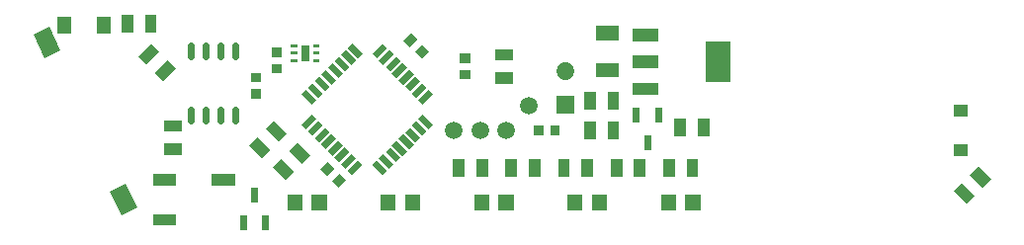
<source format=gbp>
G04 Layer: BottomPasteMaskLayer*
G04 EasyEDA v6.5.1, 2022-03-27 10:56:29*
G04 5bdfba2922064175801a4ef29472edea,f5a38c858c354eb5b90fd3f81420cce3,10*
G04 Gerber Generator version 0.2*
G04 Scale: 100 percent, Rotated: No, Reflected: No *
G04 Dimensions in millimeters *
G04 leading zeros omitted , absolute positions ,4 integer and 5 decimal *
%FSLAX45Y45*%
%MOMM*%

%ADD15C,0.6000*%
%ADD17C,1.5000*%
%ADD45R,1.5000X1.5000*%

%LPD*%
D15*
X2286000Y-901090D02*
G01*
X2286000Y-993089D01*
X2159000Y-901090D02*
G01*
X2159000Y-993089D01*
X2032000Y-901090D02*
G01*
X2032000Y-993089D01*
X1905000Y-901090D02*
G01*
X1905000Y-993089D01*
X2286000Y-353110D02*
G01*
X2286000Y-445112D01*
X2159000Y-353110D02*
G01*
X2159000Y-445112D01*
X2032000Y-353110D02*
G01*
X2032000Y-445112D01*
X1905000Y-353110D02*
G01*
X1905000Y-445112D01*
D17*
X5113909Y-571500D02*
G01*
X5113909Y-571500D01*
G01*
X4381500Y-1079500D03*
G36*
X8436300Y-1199499D02*
G01*
X8436300Y-1299499D01*
X8556299Y-1299499D01*
X8556299Y-1199499D01*
G37*
G36*
X8436300Y-859500D02*
G01*
X8436300Y-959500D01*
X8556299Y-959500D01*
X8556299Y-859500D01*
G37*
G36*
X3547412Y-334243D02*
G01*
X3457608Y-424047D01*
X3497122Y-463560D01*
X3586924Y-373758D01*
G37*
G36*
X3603089Y-389923D02*
G01*
X3513287Y-479724D01*
X3552799Y-519236D01*
X3642601Y-429435D01*
G37*
G36*
X3660564Y-447395D02*
G01*
X3570759Y-537197D01*
X3610274Y-576712D01*
X3700076Y-486907D01*
G37*
G36*
X3716240Y-503072D02*
G01*
X3626436Y-592876D01*
X3665951Y-632388D01*
X3755753Y-542587D01*
G37*
G36*
X3773713Y-560547D02*
G01*
X3683911Y-650349D01*
X3723424Y-689863D01*
X3813228Y-600059D01*
G37*
G36*
X3829392Y-616224D02*
G01*
X3739588Y-706026D01*
X3779103Y-745540D01*
X3868905Y-655736D01*
G37*
G36*
X3886865Y-673699D02*
G01*
X3797063Y-763501D01*
X3836576Y-803013D01*
X3926377Y-713211D01*
G37*
G36*
X3942542Y-729376D02*
G01*
X3852740Y-819177D01*
X3892252Y-858692D01*
X3982057Y-768888D01*
G37*
G36*
X3892252Y-941308D02*
G01*
X3852740Y-980823D01*
X3942542Y-1070625D01*
X3982057Y-1031112D01*
G37*
G36*
X3836576Y-996988D02*
G01*
X3797063Y-1036500D01*
X3886865Y-1126302D01*
X3926377Y-1086789D01*
G37*
G36*
X3779103Y-1054460D02*
G01*
X3739588Y-1093975D01*
X3829392Y-1183777D01*
X3868905Y-1144264D01*
G37*
G36*
X3723424Y-1110137D02*
G01*
X3683911Y-1149652D01*
X3773713Y-1239453D01*
X3813228Y-1199941D01*
G37*
G36*
X3665951Y-1167612D02*
G01*
X3626436Y-1207124D01*
X3716240Y-1296929D01*
X3755753Y-1257414D01*
G37*
G36*
X3610274Y-1223289D02*
G01*
X3570759Y-1262804D01*
X3660564Y-1352605D01*
X3700076Y-1313093D01*
G37*
G36*
X3552799Y-1280764D02*
G01*
X3513287Y-1320276D01*
X3603089Y-1410078D01*
X3642601Y-1370566D01*
G37*
G36*
X3497122Y-1336441D02*
G01*
X3457608Y-1375953D01*
X3547412Y-1465757D01*
X3586924Y-1426243D01*
G37*
G36*
X3335477Y-1336441D02*
G01*
X3245675Y-1426243D01*
X3285187Y-1465757D01*
X3374991Y-1375953D01*
G37*
G36*
X3279800Y-1280764D02*
G01*
X3189998Y-1370566D01*
X3229510Y-1410078D01*
X3319312Y-1320276D01*
G37*
G36*
X3222325Y-1223289D02*
G01*
X3132523Y-1313093D01*
X3172035Y-1352605D01*
X3261840Y-1262804D01*
G37*
G36*
X3166648Y-1167612D02*
G01*
X3076846Y-1257414D01*
X3116359Y-1296929D01*
X3206163Y-1207124D01*
G37*
G36*
X3109175Y-1110137D02*
G01*
X3019371Y-1199941D01*
X3058886Y-1239453D01*
X3148688Y-1149652D01*
G37*
G36*
X3053496Y-1054460D02*
G01*
X2963694Y-1144264D01*
X3003207Y-1183777D01*
X3093011Y-1093975D01*
G37*
G36*
X2996023Y-996988D02*
G01*
X2906222Y-1086789D01*
X2945734Y-1126302D01*
X3035536Y-1036500D01*
G37*
G36*
X2940347Y-941308D02*
G01*
X2850542Y-1031112D01*
X2890057Y-1070625D01*
X2979859Y-980823D01*
G37*
G36*
X2890057Y-729376D02*
G01*
X2850542Y-768888D01*
X2940347Y-858692D01*
X2979859Y-819177D01*
G37*
G36*
X2945734Y-673699D02*
G01*
X2906222Y-713211D01*
X2996023Y-803013D01*
X3035536Y-763501D01*
G37*
G36*
X3003207Y-616224D02*
G01*
X2963694Y-655736D01*
X3053496Y-745540D01*
X3093011Y-706026D01*
G37*
G36*
X3058886Y-560547D02*
G01*
X3019371Y-600059D01*
X3109175Y-689863D01*
X3148688Y-650349D01*
G37*
G36*
X3116359Y-503072D02*
G01*
X3076846Y-542587D01*
X3166648Y-632388D01*
X3206163Y-592876D01*
G37*
G36*
X3172035Y-447395D02*
G01*
X3132523Y-486907D01*
X3222325Y-576712D01*
X3261840Y-537197D01*
G37*
G36*
X3229510Y-389923D02*
G01*
X3189998Y-429435D01*
X3279800Y-519236D01*
X3319312Y-479724D01*
G37*
G36*
X3285187Y-334243D02*
G01*
X3245675Y-373758D01*
X3335477Y-463560D01*
X3374991Y-424047D01*
G37*
G36*
X2386098Y-1937598D02*
G01*
X2386096Y-1807598D01*
X2326098Y-1807598D01*
X2326098Y-1937598D01*
G37*
G36*
X2481099Y-1697598D02*
G01*
X2481102Y-1567599D01*
X2421097Y-1567599D01*
X2421100Y-1697598D01*
G37*
G36*
X2576101Y-1937598D02*
G01*
X2576101Y-1807598D01*
X2516103Y-1807598D01*
X2516101Y-1937598D01*
G37*
G36*
X8688057Y-1568846D02*
G01*
X8758765Y-1498135D01*
X8649164Y-1388534D01*
X8578453Y-1459242D01*
G37*
G36*
X8546635Y-1710265D02*
G01*
X8617346Y-1639557D01*
X8507742Y-1529953D01*
X8437034Y-1600664D01*
G37*
G36*
X5881601Y-881801D02*
G01*
X5881603Y-1011801D01*
X5941601Y-1011801D01*
X5941601Y-881801D01*
G37*
G36*
X5786600Y-1121801D02*
G01*
X5786597Y-1251800D01*
X5846602Y-1251800D01*
X5846599Y-1121801D01*
G37*
G36*
X5691598Y-881801D02*
G01*
X5691598Y-1011801D01*
X5751596Y-1011801D01*
X5751598Y-881801D01*
G37*
G36*
X6347599Y-976599D02*
G01*
X6247599Y-976599D01*
X6247599Y-1131600D01*
X6347599Y-1131600D01*
G37*
G36*
X6147600Y-976599D02*
G01*
X6047600Y-976599D01*
X6047600Y-1131600D01*
X6147600Y-1131600D01*
G37*
G36*
X5929947Y-1769976D02*
G01*
X6059995Y-1769976D01*
X6059995Y-1630022D01*
X5929947Y-1630022D01*
G37*
G36*
X6140005Y-1769976D02*
G01*
X6270053Y-1769976D01*
X6270053Y-1630022D01*
X6140005Y-1630022D01*
G37*
G36*
X5129946Y-1769976D02*
G01*
X5259994Y-1769976D01*
X5259994Y-1630022D01*
X5129946Y-1630022D01*
G37*
G36*
X5340004Y-1769976D02*
G01*
X5470052Y-1769976D01*
X5470052Y-1630022D01*
X5340004Y-1630022D01*
G37*
G36*
X4329948Y-1769976D02*
G01*
X4459996Y-1769976D01*
X4459996Y-1630022D01*
X4329948Y-1630022D01*
G37*
G36*
X4540006Y-1769976D02*
G01*
X4670054Y-1769976D01*
X4670054Y-1630022D01*
X4540006Y-1630022D01*
G37*
G36*
X3529947Y-1769976D02*
G01*
X3659995Y-1769976D01*
X3659995Y-1630022D01*
X3529947Y-1630022D01*
G37*
G36*
X3740005Y-1769976D02*
G01*
X3870053Y-1769976D01*
X3870053Y-1630022D01*
X3740005Y-1630022D01*
G37*
G36*
X2729946Y-1769976D02*
G01*
X2859994Y-1769976D01*
X2859994Y-1630022D01*
X2729946Y-1630022D01*
G37*
G36*
X2940004Y-1769976D02*
G01*
X3070052Y-1769976D01*
X3070052Y-1630022D01*
X2940004Y-1630022D01*
G37*
G36*
X5472899Y-1157000D02*
G01*
X5572899Y-1157000D01*
X5572899Y-1001999D01*
X5472899Y-1001999D01*
G37*
G36*
X5272900Y-1157000D02*
G01*
X5372900Y-1157000D01*
X5372900Y-1001999D01*
X5272900Y-1001999D01*
G37*
G36*
X6150000Y-1477500D02*
G01*
X6250000Y-1477500D01*
X6250000Y-1322499D01*
X6150000Y-1322499D01*
G37*
G36*
X5950000Y-1477500D02*
G01*
X6050000Y-1477500D01*
X6050000Y-1322499D01*
X5950000Y-1322499D01*
G37*
G36*
X5599998Y-1322499D02*
G01*
X5499999Y-1322499D01*
X5499999Y-1477500D01*
X5599998Y-1477500D01*
G37*
G36*
X5799998Y-1322499D02*
G01*
X5699998Y-1322499D01*
X5699998Y-1477500D01*
X5799998Y-1477500D01*
G37*
G36*
X5149999Y-1322499D02*
G01*
X5050000Y-1322499D01*
X5050000Y-1477500D01*
X5149999Y-1477500D01*
G37*
G36*
X5349999Y-1322499D02*
G01*
X5249999Y-1322499D01*
X5249999Y-1477500D01*
X5349999Y-1477500D01*
G37*
G36*
X4700000Y-1322499D02*
G01*
X4600000Y-1322499D01*
X4600000Y-1477500D01*
X4700000Y-1477500D01*
G37*
G36*
X4900000Y-1322499D02*
G01*
X4800000Y-1322499D01*
X4800000Y-1477500D01*
X4900000Y-1477500D01*
G37*
G36*
X4249999Y-1322499D02*
G01*
X4149999Y-1322499D01*
X4149999Y-1477500D01*
X4249999Y-1477500D01*
G37*
G36*
X4449998Y-1322499D02*
G01*
X4349998Y-1322499D01*
X4349998Y-1477500D01*
X4449998Y-1477500D01*
G37*
G36*
X5568701Y-626399D02*
G01*
X5568701Y-506399D01*
X5378698Y-506399D01*
X5378698Y-626399D01*
G37*
G36*
X5568701Y-306384D02*
G01*
X5568701Y-186385D01*
X5378698Y-186385D01*
X5378698Y-306384D01*
G37*
G36*
X5472899Y-903000D02*
G01*
X5572899Y-903000D01*
X5572899Y-747999D01*
X5472899Y-747999D01*
G37*
G36*
X5272900Y-903000D02*
G01*
X5372900Y-903000D01*
X5372900Y-747999D01*
X5272900Y-747999D01*
G37*
G36*
X1410500Y-87599D02*
G01*
X1310500Y-87599D01*
X1310500Y-242600D01*
X1410500Y-242600D01*
G37*
G36*
X1610499Y-87599D02*
G01*
X1510499Y-87599D01*
X1510499Y-242600D01*
X1610499Y-242600D01*
G37*
G36*
X760600Y-247799D02*
G01*
X880600Y-247799D01*
X880600Y-107800D01*
X760600Y-107800D01*
G37*
G36*
X1100599Y-247799D02*
G01*
X1220599Y-247799D01*
X1220599Y-107800D01*
X1100599Y-107800D01*
G37*
G36*
X1580413Y-1556400D02*
G01*
X1780412Y-1556400D01*
X1780412Y-1456400D01*
X1580413Y-1456400D01*
G37*
G36*
X2080412Y-1556400D02*
G01*
X2280411Y-1556400D01*
X2280411Y-1456400D01*
X2080412Y-1456400D01*
G37*
G36*
X1580413Y-1896399D02*
G01*
X1780412Y-1896399D01*
X1780412Y-1796399D01*
X1580413Y-1796399D01*
G37*
G36*
X3725799Y-309638D02*
G01*
X3782367Y-366207D01*
X3846007Y-302567D01*
X3789438Y-245998D01*
G37*
G36*
X3824792Y-408632D02*
G01*
X3881361Y-465201D01*
X3945000Y-401561D01*
X3888432Y-344992D01*
G37*
G36*
X2418798Y-588500D02*
G01*
X2418798Y-668500D01*
X2508801Y-668500D01*
X2508801Y-588500D01*
G37*
G36*
X2418798Y-728499D02*
G01*
X2418798Y-808499D01*
X2508801Y-808499D01*
X2508801Y-728499D01*
G37*
G36*
X5906770Y-779779D02*
G01*
X5906770Y-670560D01*
X5690870Y-670560D01*
X5690870Y-779779D01*
G37*
G36*
X5906770Y-548639D02*
G01*
X5906770Y-439420D01*
X5690870Y-439420D01*
X5690870Y-548639D01*
G37*
G36*
X5906770Y-320039D02*
G01*
X5906770Y-210820D01*
X5690870Y-210820D01*
X5690870Y-320039D01*
G37*
G36*
X6526529Y-669289D02*
G01*
X6526529Y-318770D01*
X6310629Y-318770D01*
X6310629Y-669289D01*
G37*
G36*
X2950392Y-406603D02*
G01*
X2950392Y-431596D01*
X3005409Y-431596D01*
X3005409Y-406603D01*
G37*
G36*
X2950392Y-341602D02*
G01*
X2950392Y-366595D01*
X3005409Y-366595D01*
X3005409Y-341602D01*
G37*
G36*
X2760390Y-341602D02*
G01*
X2760390Y-366595D01*
X2815407Y-366595D01*
X2815407Y-341602D01*
G37*
G36*
X2760390Y-406603D02*
G01*
X2760390Y-431596D01*
X2815407Y-431596D01*
X2815407Y-406603D01*
G37*
G36*
X2760390Y-471604D02*
G01*
X2760390Y-496597D01*
X2815407Y-496597D01*
X2815407Y-471604D01*
G37*
G36*
X2950392Y-471604D02*
G01*
X2950392Y-496597D01*
X3005409Y-496597D01*
X3005409Y-471604D01*
G37*
G36*
X2850400Y-351599D02*
G01*
X2850400Y-486600D01*
X2915399Y-486600D01*
X2915399Y-351599D01*
G37*
G36*
X789028Y-393616D02*
G01*
X690392Y-191386D01*
X553417Y-258193D01*
X652051Y-460423D01*
G37*
G36*
X1446270Y-1741167D02*
G01*
X1347637Y-1538940D01*
X1210663Y-1605747D01*
X1309296Y-1807974D01*
G37*
G36*
X4662200Y-483400D02*
G01*
X4662200Y-383400D01*
X4507199Y-383400D01*
X4507199Y-483400D01*
G37*
G36*
X4662200Y-683399D02*
G01*
X4662200Y-583399D01*
X4507199Y-583399D01*
X4507199Y-683399D01*
G37*
G36*
X2686601Y-592599D02*
G01*
X2686601Y-512599D01*
X2596598Y-512599D01*
X2596598Y-592599D01*
G37*
G36*
X2686601Y-452600D02*
G01*
X2686601Y-372600D01*
X2596598Y-372600D01*
X2596598Y-452600D01*
G37*
G36*
X3233800Y-1506461D02*
G01*
X3177232Y-1449892D01*
X3113592Y-1513532D01*
X3170161Y-1570101D01*
G37*
G36*
X3134807Y-1407467D02*
G01*
X3078238Y-1350898D01*
X3014599Y-1414538D01*
X3071167Y-1471107D01*
G37*
G36*
X5062999Y-1034498D02*
G01*
X4982999Y-1034498D01*
X4982999Y-1124501D01*
X5062999Y-1124501D01*
G37*
G36*
X4923000Y-1034498D02*
G01*
X4843000Y-1034498D01*
X4843000Y-1124501D01*
X4923000Y-1124501D01*
G37*
G36*
X1593453Y-585457D02*
G01*
X1664164Y-656165D01*
X1773765Y-546564D01*
X1703057Y-475853D01*
G37*
G36*
X1452034Y-444035D02*
G01*
X1522742Y-514746D01*
X1632346Y-405142D01*
X1561635Y-334434D01*
G37*
G36*
X2475242Y-1136253D02*
G01*
X2404534Y-1206964D01*
X2514135Y-1316565D01*
X2584846Y-1245857D01*
G37*
G36*
X2616664Y-994834D02*
G01*
X2545953Y-1065542D01*
X2655557Y-1175146D01*
X2726265Y-1104435D01*
G37*
G36*
X2678442Y-1326753D02*
G01*
X2607734Y-1397464D01*
X2717335Y-1507065D01*
X2788046Y-1436357D01*
G37*
G36*
X2819864Y-1185334D02*
G01*
X2749153Y-1256042D01*
X2858757Y-1365646D01*
X2929465Y-1294935D01*
G37*
G36*
X1830100Y-1093000D02*
G01*
X1830100Y-993000D01*
X1675099Y-993000D01*
X1675099Y-1093000D01*
G37*
G36*
X1830100Y-1292999D02*
G01*
X1830100Y-1192999D01*
X1675099Y-1192999D01*
X1675099Y-1292999D01*
G37*
G36*
X4209498Y-423400D02*
G01*
X4209498Y-503400D01*
X4299501Y-503400D01*
X4299501Y-423400D01*
G37*
G36*
X4209498Y-563399D02*
G01*
X4209498Y-643399D01*
X4299501Y-643399D01*
X4299501Y-563399D01*
G37*
G01*
X4803190Y-865911D03*
G01*
X4601590Y-1078611D03*
G01*
X4157090Y-1077391D03*
D45*
G01*
X5113909Y-863600D03*
M02*

</source>
